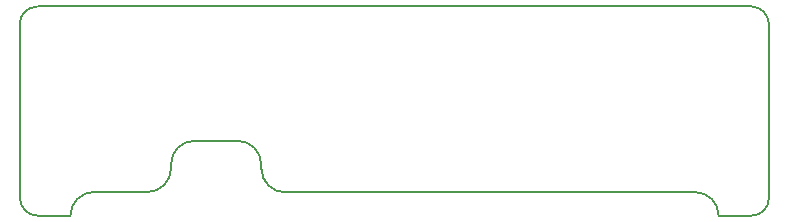
<source format=gm1>
G04 #@! TF.GenerationSoftware,KiCad,Pcbnew,5.0.0+dfsg1-2*
G04 #@! TF.CreationDate,2019-03-17T13:20:00+01:00*
G04 #@! TF.ProjectId,ULN2803A_shield,554C4E32383033415F736869656C642E,rev?*
G04 #@! TF.SameCoordinates,Original*
G04 #@! TF.FileFunction,Profile,NP*
%FSLAX46Y46*%
G04 Gerber Fmt 4.6, Leading zero omitted, Abs format (unit mm)*
G04 Created by KiCad (PCBNEW 5.0.0+dfsg1-2) date Sun Mar 17 13:20:00 2019*
%MOMM*%
%LPD*%
G01*
G04 APERTURE LIST*
%ADD10C,0.150000*%
G04 APERTURE END LIST*
D10*
X97260000Y-94780000D02*
X36850000Y-94780000D01*
X98770000Y-96280000D02*
X98770000Y-110990000D01*
X57810000Y-110510000D02*
X92500000Y-110510000D01*
X41640000Y-110490000D02*
X46170000Y-110500000D01*
X48150000Y-108150000D02*
X48160000Y-108490000D01*
X50160000Y-106150000D02*
X53780000Y-106150000D01*
X55800000Y-108520000D02*
X55790000Y-108150000D01*
X57800000Y-110510000D02*
G75*
G02X55800000Y-108510000I0J2000000D01*
G01*
X53790000Y-106150000D02*
G75*
G02X55790000Y-108150000I0J-2000000D01*
G01*
X48150000Y-108150000D02*
G75*
G02X50150000Y-106150000I2000000J0D01*
G01*
X48160000Y-108500000D02*
G75*
G02X46160000Y-110500000I-2000000J0D01*
G01*
X39640000Y-112490000D02*
G75*
G02X41640000Y-110490000I2000000J0D01*
G01*
X39620000Y-112490000D02*
X36870000Y-112490000D01*
X92530000Y-110510000D02*
G75*
G02X94530000Y-112510000I0J-2000000D01*
G01*
X97260000Y-112500000D02*
X94510000Y-112500000D01*
X35360000Y-110990000D02*
X35340000Y-96280000D01*
X36840000Y-94790000D02*
G75*
G03X35340000Y-96290000I0J-1500000D01*
G01*
X98770000Y-96280000D02*
G75*
G03X97270000Y-94780000I-1500000J0D01*
G01*
X97280000Y-112500000D02*
G75*
G03X98780000Y-110989967I0J1500033D01*
G01*
X35360000Y-110990000D02*
G75*
G03X36860000Y-112490000I1500000J0D01*
G01*
M02*

</source>
